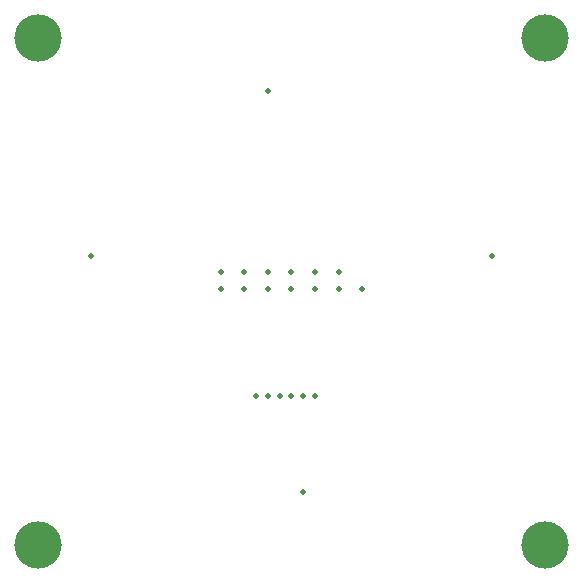
<source format=gbr>
G04 GENERATED BY PULSONIX 7.0 GERBER.DLL 4573*
%INHILLSTAR_30X30_EL_4LAYER_V1_0*%
%LNGERBER_SOLDERMASK_TOP*%
%FSLAX33Y33*%
%IPPOS*%
%LPD*%
%OFA0B0*%
%MOMM*%
%ADD627C,0.508*%
%ADD628C,4.000*%
X0Y0D02*
D02*
D627*
X114553Y132856D03*
X125553Y130106D03*
Y131506D03*
X127553Y130106D03*
Y131506D03*
X128553Y121006D03*
X129553D03*
Y130106D03*
Y131506D03*
Y146856D03*
X130553Y121006D03*
X131553D03*
Y130106D03*
Y131506D03*
X132553Y112856D03*
Y121006D03*
X133553D03*
Y130106D03*
Y131506D03*
X135553Y130106D03*
Y131506D03*
X137553Y130106D03*
X148553Y132856D03*
D02*
D628*
X110053Y108356D03*
Y151356D03*
X153053Y108356D03*
Y151356D03*
X0Y0D02*
M02*

</source>
